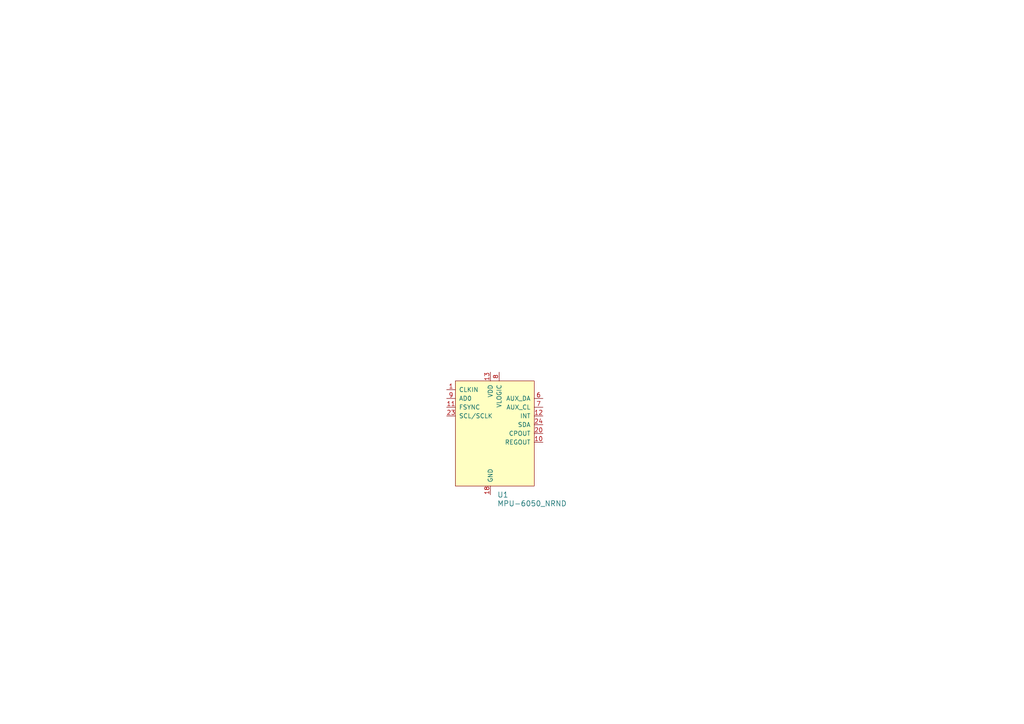
<source format=kicad_sch>
(kicad_sch (version 20230121) (generator eeschema)
  (paper "A4")
  (lib_symbols
    (symbol "dk_Motion-Sensors-IMUs-Inertial-Measurement-Units:MPU-6050_NRND" (pin_names (offset 1.016))
      (property "Reference" "U" (at -10.2108 16.3068 0))
      (property "Value" "MPU-6050_NRND" (at 0.4572 -16.4592 0))
      (symbol "MPU-6050_NRND_1_0"
        (pin input line (at -12.7 12.7 0) (length 2.54) (name "CLKIN") (number "1"))
        (pin unspecified line (at 15.24 -2.54 180) (length 2.54) (name "REGOUT") (number "10"))
        (pin input line (at -12.7 7.62 0) (length 2.54) (name "FSYNC") (number "11"))
        (pin output line (at 15.24 5.08 180) (length 2.54) (name "INT") (number "12"))
        (pin power_in line (at 0 17.78 270) (length 2.54) (name "VDD") (number "13"))
        (pin no_connect line (at 12.7 -10.16 180) (length 2.54) hide (name "NC") (number "14"))
        (pin no_connect line (at 12.7 -12.7 180) (length 2.54) hide (name "NC") (number "15"))
        (pin no_connect line (at 12.7 -7.62 180) (length 2.54) hide (name "NC") (number "16"))
        (pin no_connect line (at 12.7 -5.08 180) (length 2.54) hide (name "NC") (number "17"))
        (pin power_in line (at 0 -17.78 90) (length 2.54) (name "GND") (number "18"))
        (pin no_connect line (at -10.16 2.54 0) (length 2.54) hide (name "RESV") (number "19"))
        (pin no_connect line (at -10.16 -12.7 0) (length 2.54) hide (name "NC") (number "2"))
        (pin unspecified line (at 15.24 0 180) (length 2.54) (name "CPOUT") (number "20"))
        (pin no_connect line (at -10.16 0 0) (length 2.54) hide (name "RESV") (number "21"))
        (pin no_connect line (at -10.16 -2.54 0) (length 2.54) hide (name "RESV") (number "22"))
        (pin input line (at -12.7 5.08 0) (length 2.54) (name "SCL/SCLK") (number "23"))
        (pin bidirectional line (at 15.24 2.54 180) (length 2.54) (name "SDA") (number "24"))
        (pin no_connect line (at -10.16 -10.16 0) (length 2.54) hide (name "NC") (number "3"))
        (pin no_connect line (at -10.16 -7.62 0) (length 2.54) hide (name "NC") (number "4"))
        (pin no_connect line (at -10.16 -5.08 0) (length 2.54) hide (name "NC") (number "5"))
        (pin bidirectional line (at 15.24 10.16 180) (length 2.54) (name "AUX_DA") (number "6"))
        (pin output line (at 15.24 7.62 180) (length 2.54) (name "AUX_CL") (number "7"))
        (pin power_in line (at 2.54 17.78 270) (length 2.54) (name "VLOGIC") (number "8"))
        (pin input line (at -12.7 10.16 0) (length 2.54) (name "AD0") (number "9"))
      )
      (symbol "MPU-6050_NRND_1_1"
        (rectangle (start -10.16 15.24) (end 12.7 -15.24) (fill (type background)))
      )
    )
  )
  (symbol (lib_id "dk_Motion-Sensors-IMUs-Inertial-Measurement-Units:MPU-6050_NRND") (at 142.24 125.73 0) (unit 1)
    (property "Reference" "U1" (at 144.1959 143.51 0) (effects (font (size 1.524 1.524)) (justify left)))
    (property "Value" "MPU-6050_NRND" (at 144.1959 146.05 0) (effects (font (size 1.524 1.524)) (justify left)))
    (property "Footprint" "digikey-footprints:QFN-24-1EP_4x4mm" (effects hide))
    (property "Datasheet" "https://store.invensense.com/datasheets/invensense/MPU-6050_DataSheet_V3%204.pdf" (effects hide))
    (property "Digi-Key_PN" "1428-1007-1-ND" (effects hide))
    (property "MPN" "MPU-6050" (effects hide))
    (property "Category" "Sensors, Transducers" (effects hide))
    (property "Family" "Motion Sensors - IMUs (Inertial Measurement Units)" (effects hide))
    (property "DK_Datasheet_Link" "https://store.invensense.com/datasheets/invensense/MPU-6050_DataSheet_V3%204.pdf" (effects hide))
    (property "DK_Detail_Page" "/product-detail/en/tdk-invensense/MPU-6050/1428-1007-1-ND/4038010" (effects hide))
    (property "Description" "IMU ACCEL/GYRO 3-AXIS I2C 24QFN" (effects hide))
    (property "Manufacturer" "TDK InvenSense" (effects hide))
    (property "Status" "Not For New Designs" (effects hide))
  )
)
</source>
